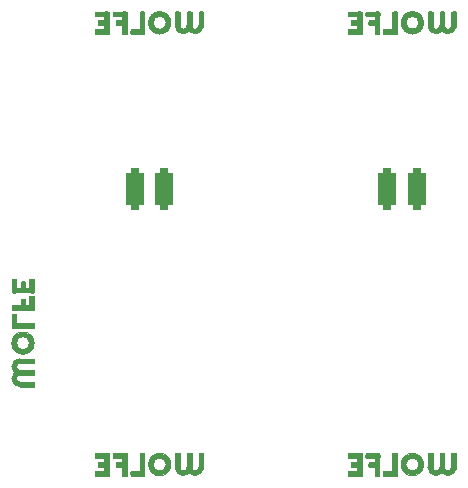
<source format=gbo>
G04 #@! TF.GenerationSoftware,KiCad,Pcbnew,(7.0.0-0)*
G04 #@! TF.CreationDate,2025-08-17T10:04:58+12:00*
G04 #@! TF.ProjectId,signal_panelized_X4,7369676e-616c-45f7-9061-6e656c697a65,rev?*
G04 #@! TF.SameCoordinates,Original*
G04 #@! TF.FileFunction,Legend,Bot*
G04 #@! TF.FilePolarity,Positive*
%FSLAX46Y46*%
G04 Gerber Fmt 4.6, Leading zero omitted, Abs format (unit mm)*
G04 Created by KiCad (PCBNEW (7.0.0-0)) date 2025-08-17 10:04:58*
%MOMM*%
%LPD*%
G01*
G04 APERTURE LIST*
G04 Aperture macros list*
%AMRoundRect*
0 Rectangle with rounded corners*
0 $1 Rounding radius*
0 $2 $3 $4 $5 $6 $7 $8 $9 X,Y pos of 4 corners*
0 Add a 4 corners polygon primitive as box body*
4,1,4,$2,$3,$4,$5,$6,$7,$8,$9,$2,$3,0*
0 Add four circle primitives for the rounded corners*
1,1,$1+$1,$2,$3*
1,1,$1+$1,$4,$5*
1,1,$1+$1,$6,$7*
1,1,$1+$1,$8,$9*
0 Add four rect primitives between the rounded corners*
20,1,$1+$1,$2,$3,$4,$5,0*
20,1,$1+$1,$4,$5,$6,$7,0*
20,1,$1+$1,$6,$7,$8,$9,0*
20,1,$1+$1,$8,$9,$2,$3,0*%
G04 Aperture macros list end*
%ADD10C,0.100000*%
%ADD11C,0.400000*%
%ADD12C,1.900000*%
%ADD13RoundRect,0.425000X-0.375000X-1.375000X0.375000X-1.375000X0.375000X1.375000X-0.375000X1.375000X0*%
%ADD14C,0.600000*%
%ADD15C,1.252000*%
G04 APERTURE END LIST*
D10*
X180025000Y-105350000D02*
X180025000Y-104150000D01*
X180025000Y-104150000D02*
X179625000Y-104150000D01*
D11*
X179819975Y-104300000D02*
X179819975Y-105350000D01*
D10*
X179625000Y-105350000D02*
X179625000Y-104150000D01*
X179025000Y-105350000D02*
X179025000Y-104150000D01*
X179025000Y-104150000D02*
X178625000Y-104150000D01*
D11*
X178819975Y-104300000D02*
X178819975Y-105350000D01*
D10*
X178625000Y-105350000D02*
X178625000Y-104150000D01*
X178025000Y-105350000D02*
X178025000Y-104150000D01*
X178025000Y-104150000D02*
X177625000Y-104150000D01*
D11*
X177819975Y-104300000D02*
X177819975Y-105350000D01*
D10*
X177625000Y-105350000D02*
X177625000Y-104150000D01*
X175025000Y-106050000D02*
X175025000Y-104150000D01*
X175025000Y-106050000D02*
X173869975Y-106050000D01*
X175025000Y-104150000D02*
X174625000Y-104150000D01*
D11*
X174819975Y-104300000D02*
X174819975Y-105900000D01*
D10*
X174625000Y-105650000D02*
X174625000Y-104150000D01*
X174625000Y-105650000D02*
X173869975Y-105650000D01*
D11*
X174019975Y-105850000D02*
X174869975Y-105850000D01*
D10*
X173869975Y-105650000D02*
X173869975Y-106050000D01*
X173525000Y-106050000D02*
X173525000Y-104150000D01*
X173525000Y-106050000D02*
X173125000Y-106050000D01*
X173525000Y-104150000D02*
X172369975Y-104150000D01*
D11*
X173319975Y-105900000D02*
X173319975Y-104300000D01*
D10*
X173125000Y-105300000D02*
X173125000Y-106050000D01*
X173125000Y-105300000D02*
X172619975Y-105300000D01*
X173125000Y-104900000D02*
X172619975Y-104900000D01*
X173125000Y-104550000D02*
X173125000Y-104900000D01*
X173125000Y-104550000D02*
X172369975Y-104550000D01*
D11*
X172769975Y-105100000D02*
X173319975Y-105100000D01*
D10*
X172619975Y-104900000D02*
X172619975Y-105300000D01*
D11*
X172519975Y-104350000D02*
X173369975Y-104350000D01*
D10*
X172369975Y-104150000D02*
X172369975Y-104550000D01*
X172025000Y-106050000D02*
X172025000Y-104150000D01*
X172025000Y-106050000D02*
X170869975Y-106050000D01*
X172025000Y-104150000D02*
X170869975Y-104150000D01*
D11*
X171819975Y-105900000D02*
X171819975Y-104300000D01*
D10*
X171625000Y-105650000D02*
X170869975Y-105650000D01*
X171625000Y-105300000D02*
X171625000Y-105650000D01*
X171625000Y-105300000D02*
X171119975Y-105300000D01*
X171625000Y-104900000D02*
X171119975Y-104900000D01*
X171625000Y-104550000D02*
X171625000Y-104900000D01*
X171625000Y-104550000D02*
X170869975Y-104550000D01*
D11*
X171269975Y-105100000D02*
X171819975Y-105100000D01*
D10*
X171119975Y-104900000D02*
X171119975Y-105300000D01*
D11*
X171019975Y-105850000D02*
X171869975Y-105850000D01*
X171019975Y-104350000D02*
X171869975Y-104350000D01*
D10*
X170869975Y-105650000D02*
X170869975Y-106050000D01*
X170869975Y-104150000D02*
X170869975Y-104550000D01*
X179325000Y-106050000D02*
G75*
G03*
X180025000Y-105350000I1J699999D01*
G01*
D11*
X179325000Y-105855025D02*
G75*
G03*
X179830025Y-105350000I1J505024D01*
G01*
D10*
X179325000Y-105650000D02*
G75*
G03*
X179625000Y-105350000I0J300000D01*
G01*
X178830025Y-105844975D02*
G75*
G03*
X179325000Y-106050000I494973J494971D01*
G01*
D11*
X178819975Y-105350000D02*
G75*
G03*
X179325000Y-105855025I505024J-1D01*
G01*
D10*
X179025000Y-105350000D02*
G75*
G03*
X179325000Y-105650000I300000J0D01*
G01*
D11*
X178324999Y-105855026D02*
G75*
G03*
X178830024Y-105350001I1J505024D01*
G01*
D10*
X178325000Y-106050000D02*
G75*
G03*
X178819975Y-105844975I0J700001D01*
G01*
X178325000Y-105650000D02*
G75*
G03*
X178625000Y-105350000I0J300000D01*
G01*
X177625000Y-105350000D02*
G75*
G03*
X178325000Y-106050000I699999J-1D01*
G01*
D11*
X177819975Y-105350000D02*
G75*
G03*
X178325000Y-105855025I505024J-1D01*
G01*
D10*
X178025000Y-105350000D02*
G75*
G03*
X178325000Y-105650000I300000J0D01*
G01*
X176875000Y-105100000D02*
G75*
G03*
X176875000Y-105100000I-550000J0D01*
G01*
D11*
X177069975Y-105100000D02*
G75*
G03*
X177069975Y-105100000I-744975J0D01*
G01*
D10*
X177275000Y-105100000D02*
G75*
G03*
X177275000Y-105100000I-950000J0D01*
G01*
X158625000Y-105350000D02*
X158625000Y-104150000D01*
X158625000Y-104150000D02*
X158225000Y-104150000D01*
D11*
X158419975Y-104300000D02*
X158419975Y-105350000D01*
D10*
X158225000Y-105350000D02*
X158225000Y-104150000D01*
X157625000Y-105350000D02*
X157625000Y-104150000D01*
X157625000Y-104150000D02*
X157225000Y-104150000D01*
D11*
X157419975Y-104300000D02*
X157419975Y-105350000D01*
D10*
X157225000Y-105350000D02*
X157225000Y-104150000D01*
X156625000Y-105350000D02*
X156625000Y-104150000D01*
X156625000Y-104150000D02*
X156225000Y-104150000D01*
D11*
X156419975Y-104300000D02*
X156419975Y-105350000D01*
D10*
X156225000Y-105350000D02*
X156225000Y-104150000D01*
X153625000Y-106050000D02*
X153625000Y-104150000D01*
X153625000Y-106050000D02*
X152469975Y-106050000D01*
X153625000Y-104150000D02*
X153225000Y-104150000D01*
D11*
X153419975Y-104300000D02*
X153419975Y-105900000D01*
D10*
X153225000Y-105650000D02*
X153225000Y-104150000D01*
X153225000Y-105650000D02*
X152469975Y-105650000D01*
D11*
X152619975Y-105850000D02*
X153469975Y-105850000D01*
D10*
X152469975Y-105650000D02*
X152469975Y-106050000D01*
X152125000Y-106050000D02*
X152125000Y-104150000D01*
X152125000Y-106050000D02*
X151725000Y-106050000D01*
X152125000Y-104150000D02*
X150969975Y-104150000D01*
D11*
X151919975Y-105900000D02*
X151919975Y-104300000D01*
D10*
X151725000Y-105300000D02*
X151725000Y-106050000D01*
X151725000Y-105300000D02*
X151219975Y-105300000D01*
X151725000Y-104900000D02*
X151219975Y-104900000D01*
X151725000Y-104550000D02*
X151725000Y-104900000D01*
X151725000Y-104550000D02*
X150969975Y-104550000D01*
D11*
X151369975Y-105100000D02*
X151919975Y-105100000D01*
D10*
X151219975Y-104900000D02*
X151219975Y-105300000D01*
D11*
X151119975Y-104350000D02*
X151969975Y-104350000D01*
D10*
X150969975Y-104150000D02*
X150969975Y-104550000D01*
X150625000Y-106050000D02*
X150625000Y-104150000D01*
X150625000Y-106050000D02*
X149469975Y-106050000D01*
X150625000Y-104150000D02*
X149469975Y-104150000D01*
D11*
X150419975Y-105900000D02*
X150419975Y-104300000D01*
D10*
X150225000Y-105650000D02*
X149469975Y-105650000D01*
X150225000Y-105300000D02*
X150225000Y-105650000D01*
X150225000Y-105300000D02*
X149719975Y-105300000D01*
X150225000Y-104900000D02*
X149719975Y-104900000D01*
X150225000Y-104550000D02*
X150225000Y-104900000D01*
X150225000Y-104550000D02*
X149469975Y-104550000D01*
D11*
X149869975Y-105100000D02*
X150419975Y-105100000D01*
D10*
X149719975Y-104900000D02*
X149719975Y-105300000D01*
D11*
X149619975Y-105850000D02*
X150469975Y-105850000D01*
X149619975Y-104350000D02*
X150469975Y-104350000D01*
D10*
X149469975Y-105650000D02*
X149469975Y-106050000D01*
X149469975Y-104150000D02*
X149469975Y-104550000D01*
X157925000Y-106050000D02*
G75*
G03*
X158625000Y-105350000I1J699999D01*
G01*
D11*
X157925000Y-105855025D02*
G75*
G03*
X158430025Y-105350000I1J505024D01*
G01*
D10*
X157925000Y-105650000D02*
G75*
G03*
X158225000Y-105350000I0J300000D01*
G01*
X157430025Y-105844975D02*
G75*
G03*
X157925000Y-106050000I494973J494971D01*
G01*
D11*
X157419975Y-105350000D02*
G75*
G03*
X157925000Y-105855025I505024J-1D01*
G01*
D10*
X157625000Y-105350000D02*
G75*
G03*
X157925000Y-105650000I300000J0D01*
G01*
D11*
X156924999Y-105855026D02*
G75*
G03*
X157430024Y-105350001I1J505024D01*
G01*
D10*
X156925000Y-106050000D02*
G75*
G03*
X157419975Y-105844975I0J700001D01*
G01*
X156925000Y-105650000D02*
G75*
G03*
X157225000Y-105350000I0J300000D01*
G01*
X156225000Y-105350000D02*
G75*
G03*
X156925000Y-106050000I699999J-1D01*
G01*
D11*
X156419975Y-105350000D02*
G75*
G03*
X156925000Y-105855025I505024J-1D01*
G01*
D10*
X156625000Y-105350000D02*
G75*
G03*
X156925000Y-105650000I300000J0D01*
G01*
X155475000Y-105100000D02*
G75*
G03*
X155475000Y-105100000I-550000J0D01*
G01*
D11*
X155669975Y-105100000D02*
G75*
G03*
X155669975Y-105100000I-744975J0D01*
G01*
D10*
X155875000Y-105100000D02*
G75*
G03*
X155875000Y-105100000I-950000J0D01*
G01*
X143100000Y-98525000D02*
X144300000Y-98525000D01*
X144300000Y-98525000D02*
X144300000Y-98125000D01*
D11*
X144150000Y-98319975D02*
X143100000Y-98319975D01*
D10*
X143100000Y-98125000D02*
X144300000Y-98125000D01*
X143100000Y-97525000D02*
X144300000Y-97525000D01*
X144300000Y-97525000D02*
X144300000Y-97125000D01*
D11*
X144150000Y-97319975D02*
X143100000Y-97319975D01*
D10*
X143100000Y-97125000D02*
X144300000Y-97125000D01*
X143100000Y-96525000D02*
X144300000Y-96525000D01*
X144300000Y-96525000D02*
X144300000Y-96125000D01*
D11*
X144150000Y-96319975D02*
X143100000Y-96319975D01*
D10*
X143100000Y-96125000D02*
X144300000Y-96125000D01*
X142400000Y-93525000D02*
X144300000Y-93525000D01*
X142400000Y-93525000D02*
X142400000Y-92369975D01*
X144300000Y-93525000D02*
X144300000Y-93125000D01*
D11*
X144150000Y-93319975D02*
X142550000Y-93319975D01*
D10*
X142800000Y-93125000D02*
X144300000Y-93125000D01*
X142800000Y-93125000D02*
X142800000Y-92369975D01*
D11*
X142600000Y-92519975D02*
X142600000Y-93369975D01*
D10*
X142800000Y-92369975D02*
X142400000Y-92369975D01*
X142400000Y-92025000D02*
X144300000Y-92025000D01*
X142400000Y-92025000D02*
X142400000Y-91625000D01*
X144300000Y-92025000D02*
X144300000Y-90869975D01*
D11*
X142550000Y-91819975D02*
X144150000Y-91819975D01*
D10*
X143150000Y-91625000D02*
X142400000Y-91625000D01*
X143150000Y-91625000D02*
X143150000Y-91119975D01*
X143550000Y-91625000D02*
X143550000Y-91119975D01*
X143900000Y-91625000D02*
X143550000Y-91625000D01*
X143900000Y-91625000D02*
X143900000Y-90869975D01*
D11*
X143350000Y-91269975D02*
X143350000Y-91819975D01*
D10*
X143550000Y-91119975D02*
X143150000Y-91119975D01*
D11*
X144100000Y-91019975D02*
X144100000Y-91869975D01*
D10*
X144300000Y-90869975D02*
X143900000Y-90869975D01*
X142400000Y-90525000D02*
X144300000Y-90525000D01*
X142400000Y-90525000D02*
X142400000Y-89369975D01*
X144300000Y-90525000D02*
X144300000Y-89369975D01*
D11*
X142550000Y-90319975D02*
X144150000Y-90319975D01*
D10*
X142800000Y-90125000D02*
X142800000Y-89369975D01*
X143150000Y-90125000D02*
X142800000Y-90125000D01*
X143150000Y-90125000D02*
X143150000Y-89619975D01*
X143550000Y-90125000D02*
X143550000Y-89619975D01*
X143900000Y-90125000D02*
X143550000Y-90125000D01*
X143900000Y-90125000D02*
X143900000Y-89369975D01*
D11*
X143350000Y-89769975D02*
X143350000Y-90319975D01*
D10*
X143550000Y-89619975D02*
X143150000Y-89619975D01*
D11*
X142600000Y-89519975D02*
X142600000Y-90369975D01*
X144100000Y-89519975D02*
X144100000Y-90369975D01*
D10*
X142800000Y-89369975D02*
X142400000Y-89369975D01*
X144300000Y-89369975D02*
X143900000Y-89369975D01*
X142400000Y-97825000D02*
G75*
G03*
X143100000Y-98525000I699999J-1D01*
G01*
D11*
X142594975Y-97825000D02*
G75*
G03*
X143100000Y-98330025I505024J-1D01*
G01*
D10*
X142800000Y-97825000D02*
G75*
G03*
X143100000Y-98125000I300000J0D01*
G01*
X142605025Y-97330025D02*
G75*
G03*
X142400000Y-97825000I494971J-494973D01*
G01*
D11*
X143100000Y-97319975D02*
G75*
G03*
X142594975Y-97825000I-1J-505024D01*
G01*
D10*
X143100000Y-97525000D02*
G75*
G03*
X142800000Y-97825000I0J-300000D01*
G01*
D11*
X142594974Y-96824999D02*
G75*
G03*
X143099999Y-97330024I505024J-1D01*
G01*
D10*
X142400000Y-96825000D02*
G75*
G03*
X142605025Y-97319975I700001J0D01*
G01*
X142800000Y-96825000D02*
G75*
G03*
X143100000Y-97125000I300000J0D01*
G01*
X143100000Y-96125000D02*
G75*
G03*
X142400000Y-96825000I-1J-699999D01*
G01*
D11*
X143100000Y-96319975D02*
G75*
G03*
X142594975Y-96825000I-1J-505024D01*
G01*
D10*
X143100000Y-96525000D02*
G75*
G03*
X142800000Y-96825000I0J-300000D01*
G01*
X143900000Y-94825000D02*
G75*
G03*
X143900000Y-94825000I-550000J0D01*
G01*
D11*
X144094975Y-94825000D02*
G75*
G03*
X144094975Y-94825000I-744975J0D01*
G01*
D10*
X144300000Y-94825000D02*
G75*
G03*
X144300000Y-94825000I-950000J0D01*
G01*
X180025000Y-67950000D02*
X180025000Y-66750000D01*
X180025000Y-66750000D02*
X179625000Y-66750000D01*
D11*
X179819975Y-66900000D02*
X179819975Y-67950000D01*
D10*
X179625000Y-67950000D02*
X179625000Y-66750000D01*
X179025000Y-67950000D02*
X179025000Y-66750000D01*
X179025000Y-66750000D02*
X178625000Y-66750000D01*
D11*
X178819975Y-66900000D02*
X178819975Y-67950000D01*
D10*
X178625000Y-67950000D02*
X178625000Y-66750000D01*
X178025000Y-67950000D02*
X178025000Y-66750000D01*
X178025000Y-66750000D02*
X177625000Y-66750000D01*
D11*
X177819975Y-66900000D02*
X177819975Y-67950000D01*
D10*
X177625000Y-67950000D02*
X177625000Y-66750000D01*
X175025000Y-68650000D02*
X175025000Y-66750000D01*
X175025000Y-68650000D02*
X173869975Y-68650000D01*
X175025000Y-66750000D02*
X174625000Y-66750000D01*
D11*
X174819975Y-66900000D02*
X174819975Y-68500000D01*
D10*
X174625000Y-68250000D02*
X174625000Y-66750000D01*
X174625000Y-68250000D02*
X173869975Y-68250000D01*
D11*
X174019975Y-68450000D02*
X174869975Y-68450000D01*
D10*
X173869975Y-68250000D02*
X173869975Y-68650000D01*
X173525000Y-68650000D02*
X173525000Y-66750000D01*
X173525000Y-68650000D02*
X173125000Y-68650000D01*
X173525000Y-66750000D02*
X172369975Y-66750000D01*
D11*
X173319975Y-68500000D02*
X173319975Y-66900000D01*
D10*
X173125000Y-67900000D02*
X173125000Y-68650000D01*
X173125000Y-67900000D02*
X172619975Y-67900000D01*
X173125000Y-67500000D02*
X172619975Y-67500000D01*
X173125000Y-67150000D02*
X173125000Y-67500000D01*
X173125000Y-67150000D02*
X172369975Y-67150000D01*
D11*
X172769975Y-67700000D02*
X173319975Y-67700000D01*
D10*
X172619975Y-67500000D02*
X172619975Y-67900000D01*
D11*
X172519975Y-66950000D02*
X173369975Y-66950000D01*
D10*
X172369975Y-66750000D02*
X172369975Y-67150000D01*
X172025000Y-68650000D02*
X172025000Y-66750000D01*
X172025000Y-68650000D02*
X170869975Y-68650000D01*
X172025000Y-66750000D02*
X170869975Y-66750000D01*
D11*
X171819975Y-68500000D02*
X171819975Y-66900000D01*
D10*
X171625000Y-68250000D02*
X170869975Y-68250000D01*
X171625000Y-67900000D02*
X171625000Y-68250000D01*
X171625000Y-67900000D02*
X171119975Y-67900000D01*
X171625000Y-67500000D02*
X171119975Y-67500000D01*
X171625000Y-67150000D02*
X171625000Y-67500000D01*
X171625000Y-67150000D02*
X170869975Y-67150000D01*
D11*
X171269975Y-67700000D02*
X171819975Y-67700000D01*
D10*
X171119975Y-67500000D02*
X171119975Y-67900000D01*
D11*
X171019975Y-68450000D02*
X171869975Y-68450000D01*
X171019975Y-66950000D02*
X171869975Y-66950000D01*
D10*
X170869975Y-68250000D02*
X170869975Y-68650000D01*
X170869975Y-66750000D02*
X170869975Y-67150000D01*
X179325000Y-68650000D02*
G75*
G03*
X180025000Y-67950000I1J699999D01*
G01*
D11*
X179325000Y-68455025D02*
G75*
G03*
X179830025Y-67950000I1J505024D01*
G01*
D10*
X179325000Y-68250000D02*
G75*
G03*
X179625000Y-67950000I0J300000D01*
G01*
X178830025Y-68444975D02*
G75*
G03*
X179325000Y-68650000I494973J494971D01*
G01*
D11*
X178819975Y-67950000D02*
G75*
G03*
X179325000Y-68455025I505024J-1D01*
G01*
D10*
X179025000Y-67950000D02*
G75*
G03*
X179325000Y-68250000I300000J0D01*
G01*
D11*
X178324999Y-68455026D02*
G75*
G03*
X178830024Y-67950001I1J505024D01*
G01*
D10*
X178325000Y-68650000D02*
G75*
G03*
X178819975Y-68444975I0J700001D01*
G01*
X178325000Y-68250000D02*
G75*
G03*
X178625000Y-67950000I0J300000D01*
G01*
X177625000Y-67950000D02*
G75*
G03*
X178325000Y-68650000I699999J-1D01*
G01*
D11*
X177819975Y-67950000D02*
G75*
G03*
X178325000Y-68455025I505024J-1D01*
G01*
D10*
X178025000Y-67950000D02*
G75*
G03*
X178325000Y-68250000I300000J0D01*
G01*
X176875000Y-67700000D02*
G75*
G03*
X176875000Y-67700000I-550000J0D01*
G01*
D11*
X177069975Y-67700000D02*
G75*
G03*
X177069975Y-67700000I-744975J0D01*
G01*
D10*
X177275000Y-67700000D02*
G75*
G03*
X177275000Y-67700000I-950000J0D01*
G01*
X158625000Y-67950000D02*
X158625000Y-66750000D01*
X158625000Y-66750000D02*
X158225000Y-66750000D01*
D11*
X158419975Y-66900000D02*
X158419975Y-67950000D01*
D10*
X158225000Y-67950000D02*
X158225000Y-66750000D01*
X157625000Y-67950000D02*
X157625000Y-66750000D01*
X157625000Y-66750000D02*
X157225000Y-66750000D01*
D11*
X157419975Y-66900000D02*
X157419975Y-67950000D01*
D10*
X157225000Y-67950000D02*
X157225000Y-66750000D01*
X156625000Y-67950000D02*
X156625000Y-66750000D01*
X156625000Y-66750000D02*
X156225000Y-66750000D01*
D11*
X156419975Y-66900000D02*
X156419975Y-67950000D01*
D10*
X156225000Y-67950000D02*
X156225000Y-66750000D01*
X153625000Y-68650000D02*
X153625000Y-66750000D01*
X153625000Y-68650000D02*
X152469975Y-68650000D01*
X153625000Y-66750000D02*
X153225000Y-66750000D01*
D11*
X153419975Y-66900000D02*
X153419975Y-68500000D01*
D10*
X153225000Y-68250000D02*
X153225000Y-66750000D01*
X153225000Y-68250000D02*
X152469975Y-68250000D01*
D11*
X152619975Y-68450000D02*
X153469975Y-68450000D01*
D10*
X152469975Y-68250000D02*
X152469975Y-68650000D01*
X152125000Y-68650000D02*
X152125000Y-66750000D01*
X152125000Y-68650000D02*
X151725000Y-68650000D01*
X152125000Y-66750000D02*
X150969975Y-66750000D01*
D11*
X151919975Y-68500000D02*
X151919975Y-66900000D01*
D10*
X151725000Y-67900000D02*
X151725000Y-68650000D01*
X151725000Y-67900000D02*
X151219975Y-67900000D01*
X151725000Y-67500000D02*
X151219975Y-67500000D01*
X151725000Y-67150000D02*
X151725000Y-67500000D01*
X151725000Y-67150000D02*
X150969975Y-67150000D01*
D11*
X151369975Y-67700000D02*
X151919975Y-67700000D01*
D10*
X151219975Y-67500000D02*
X151219975Y-67900000D01*
D11*
X151119975Y-66950000D02*
X151969975Y-66950000D01*
D10*
X150969975Y-66750000D02*
X150969975Y-67150000D01*
X150625000Y-68650000D02*
X150625000Y-66750000D01*
X150625000Y-68650000D02*
X149469975Y-68650000D01*
X150625000Y-66750000D02*
X149469975Y-66750000D01*
D11*
X150419975Y-68500000D02*
X150419975Y-66900000D01*
D10*
X150225000Y-68250000D02*
X149469975Y-68250000D01*
X150225000Y-67900000D02*
X150225000Y-68250000D01*
X150225000Y-67900000D02*
X149719975Y-67900000D01*
X150225000Y-67500000D02*
X149719975Y-67500000D01*
X150225000Y-67150000D02*
X150225000Y-67500000D01*
X150225000Y-67150000D02*
X149469975Y-67150000D01*
D11*
X149869975Y-67700000D02*
X150419975Y-67700000D01*
D10*
X149719975Y-67500000D02*
X149719975Y-67900000D01*
D11*
X149619975Y-68450000D02*
X150469975Y-68450000D01*
X149619975Y-66950000D02*
X150469975Y-66950000D01*
D10*
X149469975Y-68250000D02*
X149469975Y-68650000D01*
X149469975Y-66750000D02*
X149469975Y-67150000D01*
X157925000Y-68650000D02*
G75*
G03*
X158625000Y-67950000I1J699999D01*
G01*
D11*
X157925000Y-68455025D02*
G75*
G03*
X158430025Y-67950000I1J505024D01*
G01*
D10*
X157925000Y-68250000D02*
G75*
G03*
X158225000Y-67950000I0J300000D01*
G01*
X157430025Y-68444975D02*
G75*
G03*
X157925000Y-68650000I494973J494971D01*
G01*
D11*
X157419975Y-67950000D02*
G75*
G03*
X157925000Y-68455025I505024J-1D01*
G01*
D10*
X157625000Y-67950000D02*
G75*
G03*
X157925000Y-68250000I300000J0D01*
G01*
D11*
X156924999Y-68455026D02*
G75*
G03*
X157430024Y-67950001I1J505024D01*
G01*
D10*
X156925000Y-68650000D02*
G75*
G03*
X157419975Y-68444975I0J700001D01*
G01*
X156925000Y-68250000D02*
G75*
G03*
X157225000Y-67950000I0J300000D01*
G01*
X156225000Y-67950000D02*
G75*
G03*
X156925000Y-68650000I699999J-1D01*
G01*
D11*
X156419975Y-67950000D02*
G75*
G03*
X156925000Y-68455025I505024J-1D01*
G01*
D10*
X156625000Y-67950000D02*
G75*
G03*
X156925000Y-68250000I300000J0D01*
G01*
X155475000Y-67700000D02*
G75*
G03*
X155475000Y-67700000I-550000J0D01*
G01*
D11*
X155669975Y-67700000D02*
G75*
G03*
X155669975Y-67700000I-744975J0D01*
G01*
D10*
X155875000Y-67700000D02*
G75*
G03*
X155875000Y-67700000I-950000J0D01*
G01*
%LPC*%
D12*
X174120000Y-123850000D03*
X171580000Y-123850000D03*
X176780000Y-102250000D03*
X179320000Y-102250000D03*
D13*
X176700000Y-119200000D03*
X174200000Y-119200000D03*
D12*
X176780000Y-123850000D03*
X179320000Y-123850000D03*
X155380000Y-123850000D03*
X157920000Y-123850000D03*
X155380000Y-102250000D03*
X157920000Y-102250000D03*
X152720000Y-123850000D03*
X150180000Y-123850000D03*
D13*
X155300000Y-119200000D03*
X152800000Y-119200000D03*
D14*
X141100000Y-61050000D03*
X141850000Y-61050000D03*
X142600000Y-61050000D03*
X143350000Y-61050000D03*
X144100000Y-61050000D03*
X144850000Y-61050000D03*
X145600000Y-61050000D03*
X155550000Y-126850000D03*
X154800000Y-126850002D03*
X154050018Y-126850002D03*
X153300000Y-126850002D03*
X152550000Y-126850002D03*
D15*
X143350000Y-131350000D03*
D14*
X183900000Y-126850000D03*
X184650000Y-126850000D03*
X185400000Y-126850000D03*
X186150000Y-126850000D03*
X186900000Y-126850000D03*
X187650000Y-126850000D03*
X188400000Y-126850000D03*
D15*
X143350000Y-56550000D03*
D14*
X173950000Y-61050000D03*
X174700000Y-61049998D03*
X175449982Y-61049998D03*
X176200000Y-61049998D03*
X176950000Y-61049998D03*
X152550000Y-98450000D03*
X153300000Y-98449998D03*
X154049982Y-98449998D03*
X154800000Y-98449998D03*
X155550000Y-98449998D03*
D15*
X186150000Y-93950000D03*
D14*
X176950000Y-89450000D03*
X176200000Y-89450002D03*
X175450018Y-89450002D03*
X174700000Y-89450002D03*
X173950000Y-89450002D03*
X176950000Y-126850000D03*
X176200000Y-126850002D03*
X175450018Y-126850002D03*
X174700000Y-126850002D03*
X173950000Y-126850002D03*
X173950000Y-98450000D03*
X174700000Y-98449998D03*
X175449982Y-98449998D03*
X176200000Y-98449998D03*
X176950000Y-98449998D03*
X141100000Y-126850000D03*
X141850000Y-126850000D03*
X142600000Y-126850000D03*
X143350000Y-126850000D03*
X144100000Y-126850000D03*
X144850000Y-126850000D03*
X145600000Y-126850000D03*
X152550000Y-61050000D03*
X153300000Y-61049998D03*
X154049982Y-61049998D03*
X154800000Y-61049998D03*
X155550000Y-61049998D03*
X183900000Y-61050000D03*
X184650000Y-61050000D03*
X185400000Y-61050000D03*
X186150000Y-61050000D03*
X186900000Y-61050000D03*
X187650000Y-61050000D03*
X188400000Y-61050000D03*
X155550000Y-89450000D03*
X154800000Y-89450002D03*
X154050018Y-89450002D03*
X153300000Y-89450002D03*
X152550000Y-89450002D03*
D13*
X176700000Y-81800000D03*
X174200000Y-81800000D03*
D12*
X176780000Y-64850000D03*
X179320000Y-64850000D03*
X176780000Y-86450000D03*
X179320000Y-86450000D03*
X174120000Y-86450000D03*
X171580000Y-86450000D03*
D13*
X155300000Y-81800000D03*
X152800000Y-81800000D03*
D12*
X152720000Y-86450000D03*
X150180000Y-86450000D03*
X155380000Y-64850000D03*
X157920000Y-64850000D03*
X155380000Y-86450000D03*
X157920000Y-86450000D03*
M02*

</source>
